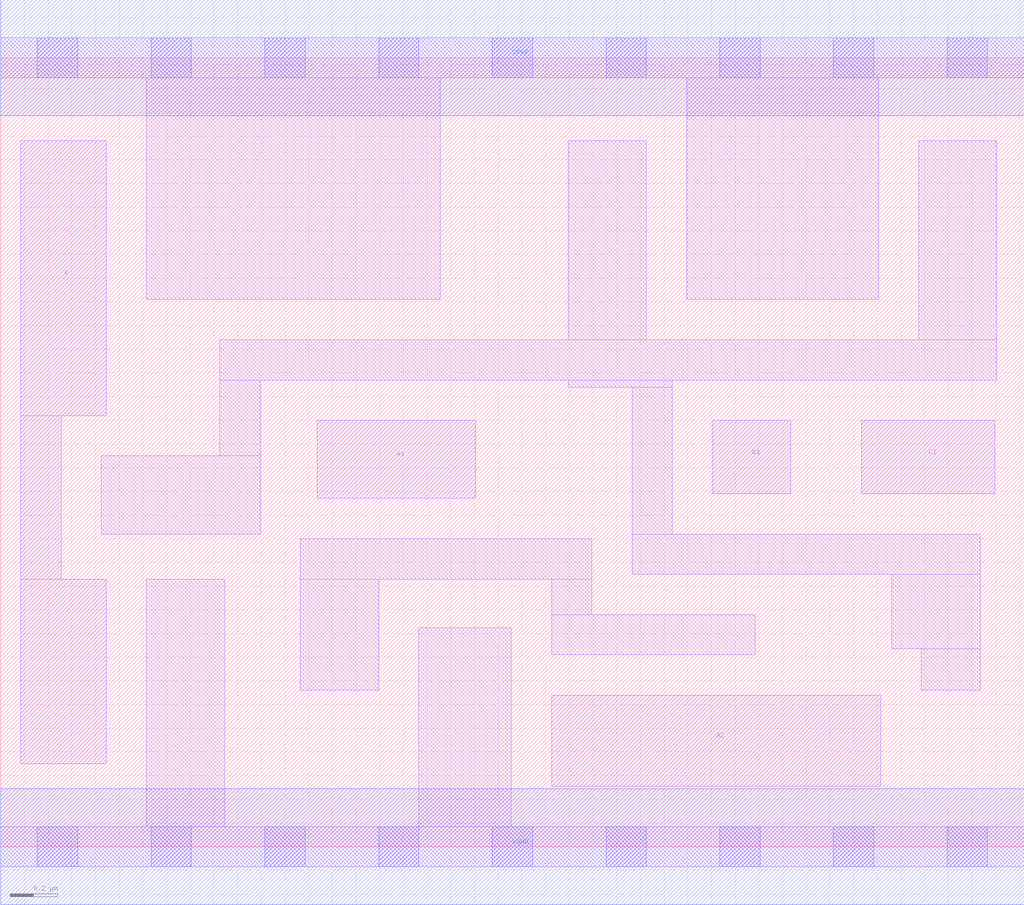
<source format=lef>
# Copyright 2020 The SkyWater PDK Authors
#
# Licensed under the Apache License, Version 2.0 (the "License");
# you may not use this file except in compliance with the License.
# You may obtain a copy of the License at
#
#     https://www.apache.org/licenses/LICENSE-2.0
#
# Unless required by applicable law or agreed to in writing, software
# distributed under the License is distributed on an "AS IS" BASIS,
# WITHOUT WARRANTIES OR CONDITIONS OF ANY KIND, either express or implied.
# See the License for the specific language governing permissions and
# limitations under the License.
#
# SPDX-License-Identifier: Apache-2.0

VERSION 5.7 ;
  NOWIREEXTENSIONATPIN ON ;
  DIVIDERCHAR "/" ;
  BUSBITCHARS "[]" ;
UNITS
  DATABASE MICRONS 200 ;
END UNITS
MACRO sky130_fd_sc_ls__o211a_1
  CLASS CORE ;
  FOREIGN sky130_fd_sc_ls__o211a_1 ;
  ORIGIN  0.000000  0.000000 ;
  SIZE  4.320000 BY  3.330000 ;
  SYMMETRY X Y ;
  SITE unit ;
  PIN A1
    ANTENNAGATEAREA  0.246000 ;
    DIRECTION INPUT ;
    USE SIGNAL ;
    PORT
      LAYER li1 ;
        RECT 1.335000 1.470000 2.005000 1.800000 ;
    END
  END A1
  PIN A2
    ANTENNAGATEAREA  0.246000 ;
    DIRECTION INPUT ;
    USE SIGNAL ;
    PORT
      LAYER li1 ;
        RECT 2.325000 0.255000 3.715000 0.640000 ;
    END
  END A2
  PIN B1
    ANTENNAGATEAREA  0.246000 ;
    DIRECTION INPUT ;
    USE SIGNAL ;
    PORT
      LAYER li1 ;
        RECT 3.005000 1.490000 3.335000 1.800000 ;
    END
  END B1
  PIN C1
    ANTENNAGATEAREA  0.246000 ;
    DIRECTION INPUT ;
    USE SIGNAL ;
    PORT
      LAYER li1 ;
        RECT 3.635000 1.490000 4.195000 1.800000 ;
    END
  END C1
  PIN X
    ANTENNADIFFAREA  0.541300 ;
    DIRECTION OUTPUT ;
    USE SIGNAL ;
    PORT
      LAYER li1 ;
        RECT 0.085000 0.350000 0.445000 1.130000 ;
        RECT 0.085000 1.130000 0.255000 1.820000 ;
        RECT 0.085000 1.820000 0.445000 2.980000 ;
    END
  END X
  PIN VGND
    DIRECTION INOUT ;
    SHAPE ABUTMENT ;
    USE GROUND ;
    PORT
      LAYER met1 ;
        RECT 0.000000 -0.245000 4.320000 0.245000 ;
    END
  END VGND
  PIN VPWR
    DIRECTION INOUT ;
    SHAPE ABUTMENT ;
    USE POWER ;
    PORT
      LAYER met1 ;
        RECT 0.000000 3.085000 4.320000 3.575000 ;
    END
  END VPWR
  OBS
    LAYER li1 ;
      RECT 0.000000 -0.085000 4.320000 0.085000 ;
      RECT 0.000000  3.245000 4.320000 3.415000 ;
      RECT 0.425000  1.320000 1.095000 1.650000 ;
      RECT 0.615000  0.085000 0.945000 1.130000 ;
      RECT 0.615000  2.310000 1.855000 3.245000 ;
      RECT 0.925000  1.650000 1.095000 1.970000 ;
      RECT 0.925000  1.970000 4.205000 2.140000 ;
      RECT 1.265000  0.660000 1.595000 1.130000 ;
      RECT 1.265000  1.130000 2.495000 1.300000 ;
      RECT 1.765000  0.085000 2.155000 0.925000 ;
      RECT 2.325000  0.810000 3.185000 0.980000 ;
      RECT 2.325000  0.980000 2.495000 1.130000 ;
      RECT 2.395000  1.940000 2.835000 1.970000 ;
      RECT 2.395000  2.140000 2.725000 2.980000 ;
      RECT 2.665000  1.150000 4.135000 1.320000 ;
      RECT 2.665000  1.320000 2.835000 1.940000 ;
      RECT 2.895000  2.310000 3.705000 3.245000 ;
      RECT 3.760000  0.835000 4.135000 1.150000 ;
      RECT 3.875000  2.140000 4.205000 2.980000 ;
      RECT 3.885000  0.660000 4.135000 0.835000 ;
    LAYER mcon ;
      RECT 0.155000 -0.085000 0.325000 0.085000 ;
      RECT 0.155000  3.245000 0.325000 3.415000 ;
      RECT 0.635000 -0.085000 0.805000 0.085000 ;
      RECT 0.635000  3.245000 0.805000 3.415000 ;
      RECT 1.115000 -0.085000 1.285000 0.085000 ;
      RECT 1.115000  3.245000 1.285000 3.415000 ;
      RECT 1.595000 -0.085000 1.765000 0.085000 ;
      RECT 1.595000  3.245000 1.765000 3.415000 ;
      RECT 2.075000 -0.085000 2.245000 0.085000 ;
      RECT 2.075000  3.245000 2.245000 3.415000 ;
      RECT 2.555000 -0.085000 2.725000 0.085000 ;
      RECT 2.555000  3.245000 2.725000 3.415000 ;
      RECT 3.035000 -0.085000 3.205000 0.085000 ;
      RECT 3.035000  3.245000 3.205000 3.415000 ;
      RECT 3.515000 -0.085000 3.685000 0.085000 ;
      RECT 3.515000  3.245000 3.685000 3.415000 ;
      RECT 3.995000 -0.085000 4.165000 0.085000 ;
      RECT 3.995000  3.245000 4.165000 3.415000 ;
  END
END sky130_fd_sc_ls__o211a_1
END LIBRARY

</source>
